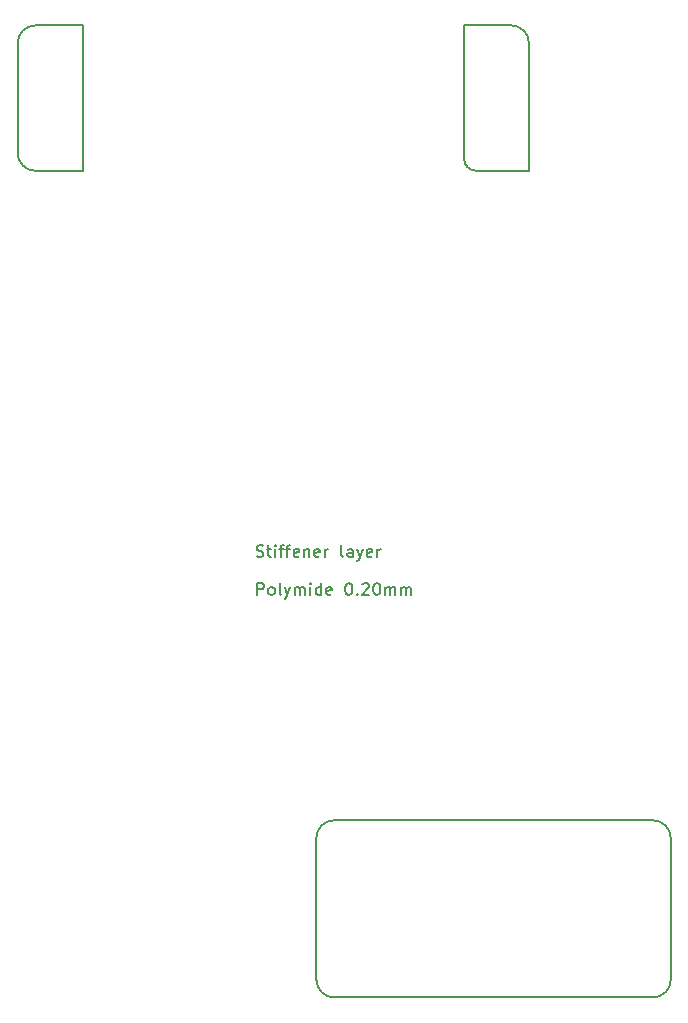
<source format=gbr>
G04 #@! TF.GenerationSoftware,KiCad,Pcbnew,7.0.7*
G04 #@! TF.CreationDate,2024-12-02T13:56:48+01:00*
G04 #@! TF.ProjectId,Finger_FSR_V1_length,46696e67-6572-45f4-9653-525f56315f6c,rev?*
G04 #@! TF.SameCoordinates,Original*
G04 #@! TF.FileFunction,Other,User*
%FSLAX46Y46*%
G04 Gerber Fmt 4.6, Leading zero omitted, Abs format (unit mm)*
G04 Created by KiCad (PCBNEW 7.0.7) date 2024-12-02 13:56:48*
%MOMM*%
%LPD*%
G01*
G04 APERTURE LIST*
%ADD10C,0.200000*%
%ADD11C,0.150000*%
G04 APERTURE END LIST*
D10*
X139950000Y-136150000D02*
X166950000Y-136150000D01*
X168450000Y-137650000D02*
G75*
G03*
X166950000Y-136150000I-1500000J0D01*
G01*
X168450000Y-149650000D02*
X168450000Y-137650000D01*
X154950000Y-68850000D02*
X150950000Y-68850000D01*
X139950000Y-136150000D02*
G75*
G03*
X138450000Y-137650000I0J-1500000D01*
G01*
X114650000Y-68850000D02*
G75*
G03*
X113150000Y-70350000I0J-1500000D01*
G01*
X156450000Y-81150000D02*
X156450000Y-70350000D01*
X138450000Y-137650000D02*
X138450000Y-149650000D01*
X139950000Y-151150000D02*
X166950000Y-151150000D01*
X150950000Y-68850000D02*
X150950000Y-80150000D01*
X138450000Y-149650000D02*
G75*
G03*
X139950000Y-151150000I1500000J0D01*
G01*
X166950000Y-151150000D02*
G75*
G03*
X168450000Y-149650000I0J1500000D01*
G01*
X156450000Y-70350000D02*
G75*
G03*
X154950000Y-68850000I-1500000J0D01*
G01*
X113150000Y-70350000D02*
X113150000Y-79650000D01*
X150950000Y-80150000D02*
G75*
G03*
X151950000Y-81150000I1000000J0D01*
G01*
X151950000Y-81150000D02*
X156450000Y-81150000D01*
X118650000Y-68850000D02*
X118650000Y-81150000D01*
X113150000Y-79650000D02*
G75*
G03*
X114650000Y-81150000I1500000J0D01*
G01*
X118650000Y-81150000D02*
X114650000Y-81150000D01*
X114650000Y-68850000D02*
X118650000Y-68850000D01*
D11*
X133379160Y-113812200D02*
X133522017Y-113859819D01*
X133522017Y-113859819D02*
X133760112Y-113859819D01*
X133760112Y-113859819D02*
X133855350Y-113812200D01*
X133855350Y-113812200D02*
X133902969Y-113764580D01*
X133902969Y-113764580D02*
X133950588Y-113669342D01*
X133950588Y-113669342D02*
X133950588Y-113574104D01*
X133950588Y-113574104D02*
X133902969Y-113478866D01*
X133902969Y-113478866D02*
X133855350Y-113431247D01*
X133855350Y-113431247D02*
X133760112Y-113383628D01*
X133760112Y-113383628D02*
X133569636Y-113336009D01*
X133569636Y-113336009D02*
X133474398Y-113288390D01*
X133474398Y-113288390D02*
X133426779Y-113240771D01*
X133426779Y-113240771D02*
X133379160Y-113145533D01*
X133379160Y-113145533D02*
X133379160Y-113050295D01*
X133379160Y-113050295D02*
X133426779Y-112955057D01*
X133426779Y-112955057D02*
X133474398Y-112907438D01*
X133474398Y-112907438D02*
X133569636Y-112859819D01*
X133569636Y-112859819D02*
X133807731Y-112859819D01*
X133807731Y-112859819D02*
X133950588Y-112907438D01*
X134236303Y-113193152D02*
X134617255Y-113193152D01*
X134379160Y-112859819D02*
X134379160Y-113716961D01*
X134379160Y-113716961D02*
X134426779Y-113812200D01*
X134426779Y-113812200D02*
X134522017Y-113859819D01*
X134522017Y-113859819D02*
X134617255Y-113859819D01*
X134950589Y-113859819D02*
X134950589Y-113193152D01*
X134950589Y-112859819D02*
X134902970Y-112907438D01*
X134902970Y-112907438D02*
X134950589Y-112955057D01*
X134950589Y-112955057D02*
X134998208Y-112907438D01*
X134998208Y-112907438D02*
X134950589Y-112859819D01*
X134950589Y-112859819D02*
X134950589Y-112955057D01*
X135283922Y-113193152D02*
X135664874Y-113193152D01*
X135426779Y-113859819D02*
X135426779Y-113002676D01*
X135426779Y-113002676D02*
X135474398Y-112907438D01*
X135474398Y-112907438D02*
X135569636Y-112859819D01*
X135569636Y-112859819D02*
X135664874Y-112859819D01*
X135855351Y-113193152D02*
X136236303Y-113193152D01*
X135998208Y-113859819D02*
X135998208Y-113002676D01*
X135998208Y-113002676D02*
X136045827Y-112907438D01*
X136045827Y-112907438D02*
X136141065Y-112859819D01*
X136141065Y-112859819D02*
X136236303Y-112859819D01*
X136950589Y-113812200D02*
X136855351Y-113859819D01*
X136855351Y-113859819D02*
X136664875Y-113859819D01*
X136664875Y-113859819D02*
X136569637Y-113812200D01*
X136569637Y-113812200D02*
X136522018Y-113716961D01*
X136522018Y-113716961D02*
X136522018Y-113336009D01*
X136522018Y-113336009D02*
X136569637Y-113240771D01*
X136569637Y-113240771D02*
X136664875Y-113193152D01*
X136664875Y-113193152D02*
X136855351Y-113193152D01*
X136855351Y-113193152D02*
X136950589Y-113240771D01*
X136950589Y-113240771D02*
X136998208Y-113336009D01*
X136998208Y-113336009D02*
X136998208Y-113431247D01*
X136998208Y-113431247D02*
X136522018Y-113526485D01*
X137426780Y-113193152D02*
X137426780Y-113859819D01*
X137426780Y-113288390D02*
X137474399Y-113240771D01*
X137474399Y-113240771D02*
X137569637Y-113193152D01*
X137569637Y-113193152D02*
X137712494Y-113193152D01*
X137712494Y-113193152D02*
X137807732Y-113240771D01*
X137807732Y-113240771D02*
X137855351Y-113336009D01*
X137855351Y-113336009D02*
X137855351Y-113859819D01*
X138712494Y-113812200D02*
X138617256Y-113859819D01*
X138617256Y-113859819D02*
X138426780Y-113859819D01*
X138426780Y-113859819D02*
X138331542Y-113812200D01*
X138331542Y-113812200D02*
X138283923Y-113716961D01*
X138283923Y-113716961D02*
X138283923Y-113336009D01*
X138283923Y-113336009D02*
X138331542Y-113240771D01*
X138331542Y-113240771D02*
X138426780Y-113193152D01*
X138426780Y-113193152D02*
X138617256Y-113193152D01*
X138617256Y-113193152D02*
X138712494Y-113240771D01*
X138712494Y-113240771D02*
X138760113Y-113336009D01*
X138760113Y-113336009D02*
X138760113Y-113431247D01*
X138760113Y-113431247D02*
X138283923Y-113526485D01*
X139188685Y-113859819D02*
X139188685Y-113193152D01*
X139188685Y-113383628D02*
X139236304Y-113288390D01*
X139236304Y-113288390D02*
X139283923Y-113240771D01*
X139283923Y-113240771D02*
X139379161Y-113193152D01*
X139379161Y-113193152D02*
X139474399Y-113193152D01*
X140712495Y-113859819D02*
X140617257Y-113812200D01*
X140617257Y-113812200D02*
X140569638Y-113716961D01*
X140569638Y-113716961D02*
X140569638Y-112859819D01*
X141522019Y-113859819D02*
X141522019Y-113336009D01*
X141522019Y-113336009D02*
X141474400Y-113240771D01*
X141474400Y-113240771D02*
X141379162Y-113193152D01*
X141379162Y-113193152D02*
X141188686Y-113193152D01*
X141188686Y-113193152D02*
X141093448Y-113240771D01*
X141522019Y-113812200D02*
X141426781Y-113859819D01*
X141426781Y-113859819D02*
X141188686Y-113859819D01*
X141188686Y-113859819D02*
X141093448Y-113812200D01*
X141093448Y-113812200D02*
X141045829Y-113716961D01*
X141045829Y-113716961D02*
X141045829Y-113621723D01*
X141045829Y-113621723D02*
X141093448Y-113526485D01*
X141093448Y-113526485D02*
X141188686Y-113478866D01*
X141188686Y-113478866D02*
X141426781Y-113478866D01*
X141426781Y-113478866D02*
X141522019Y-113431247D01*
X141902972Y-113193152D02*
X142141067Y-113859819D01*
X142379162Y-113193152D02*
X142141067Y-113859819D01*
X142141067Y-113859819D02*
X142045829Y-114097914D01*
X142045829Y-114097914D02*
X141998210Y-114145533D01*
X141998210Y-114145533D02*
X141902972Y-114193152D01*
X143141067Y-113812200D02*
X143045829Y-113859819D01*
X143045829Y-113859819D02*
X142855353Y-113859819D01*
X142855353Y-113859819D02*
X142760115Y-113812200D01*
X142760115Y-113812200D02*
X142712496Y-113716961D01*
X142712496Y-113716961D02*
X142712496Y-113336009D01*
X142712496Y-113336009D02*
X142760115Y-113240771D01*
X142760115Y-113240771D02*
X142855353Y-113193152D01*
X142855353Y-113193152D02*
X143045829Y-113193152D01*
X143045829Y-113193152D02*
X143141067Y-113240771D01*
X143141067Y-113240771D02*
X143188686Y-113336009D01*
X143188686Y-113336009D02*
X143188686Y-113431247D01*
X143188686Y-113431247D02*
X142712496Y-113526485D01*
X143617258Y-113859819D02*
X143617258Y-113193152D01*
X143617258Y-113383628D02*
X143664877Y-113288390D01*
X143664877Y-113288390D02*
X143712496Y-113240771D01*
X143712496Y-113240771D02*
X143807734Y-113193152D01*
X143807734Y-113193152D02*
X143902972Y-113193152D01*
X133426779Y-117079819D02*
X133426779Y-116079819D01*
X133426779Y-116079819D02*
X133807731Y-116079819D01*
X133807731Y-116079819D02*
X133902969Y-116127438D01*
X133902969Y-116127438D02*
X133950588Y-116175057D01*
X133950588Y-116175057D02*
X133998207Y-116270295D01*
X133998207Y-116270295D02*
X133998207Y-116413152D01*
X133998207Y-116413152D02*
X133950588Y-116508390D01*
X133950588Y-116508390D02*
X133902969Y-116556009D01*
X133902969Y-116556009D02*
X133807731Y-116603628D01*
X133807731Y-116603628D02*
X133426779Y-116603628D01*
X134569636Y-117079819D02*
X134474398Y-117032200D01*
X134474398Y-117032200D02*
X134426779Y-116984580D01*
X134426779Y-116984580D02*
X134379160Y-116889342D01*
X134379160Y-116889342D02*
X134379160Y-116603628D01*
X134379160Y-116603628D02*
X134426779Y-116508390D01*
X134426779Y-116508390D02*
X134474398Y-116460771D01*
X134474398Y-116460771D02*
X134569636Y-116413152D01*
X134569636Y-116413152D02*
X134712493Y-116413152D01*
X134712493Y-116413152D02*
X134807731Y-116460771D01*
X134807731Y-116460771D02*
X134855350Y-116508390D01*
X134855350Y-116508390D02*
X134902969Y-116603628D01*
X134902969Y-116603628D02*
X134902969Y-116889342D01*
X134902969Y-116889342D02*
X134855350Y-116984580D01*
X134855350Y-116984580D02*
X134807731Y-117032200D01*
X134807731Y-117032200D02*
X134712493Y-117079819D01*
X134712493Y-117079819D02*
X134569636Y-117079819D01*
X135474398Y-117079819D02*
X135379160Y-117032200D01*
X135379160Y-117032200D02*
X135331541Y-116936961D01*
X135331541Y-116936961D02*
X135331541Y-116079819D01*
X135760113Y-116413152D02*
X135998208Y-117079819D01*
X136236303Y-116413152D02*
X135998208Y-117079819D01*
X135998208Y-117079819D02*
X135902970Y-117317914D01*
X135902970Y-117317914D02*
X135855351Y-117365533D01*
X135855351Y-117365533D02*
X135760113Y-117413152D01*
X136617256Y-117079819D02*
X136617256Y-116413152D01*
X136617256Y-116508390D02*
X136664875Y-116460771D01*
X136664875Y-116460771D02*
X136760113Y-116413152D01*
X136760113Y-116413152D02*
X136902970Y-116413152D01*
X136902970Y-116413152D02*
X136998208Y-116460771D01*
X136998208Y-116460771D02*
X137045827Y-116556009D01*
X137045827Y-116556009D02*
X137045827Y-117079819D01*
X137045827Y-116556009D02*
X137093446Y-116460771D01*
X137093446Y-116460771D02*
X137188684Y-116413152D01*
X137188684Y-116413152D02*
X137331541Y-116413152D01*
X137331541Y-116413152D02*
X137426780Y-116460771D01*
X137426780Y-116460771D02*
X137474399Y-116556009D01*
X137474399Y-116556009D02*
X137474399Y-117079819D01*
X137950589Y-117079819D02*
X137950589Y-116413152D01*
X137950589Y-116079819D02*
X137902970Y-116127438D01*
X137902970Y-116127438D02*
X137950589Y-116175057D01*
X137950589Y-116175057D02*
X137998208Y-116127438D01*
X137998208Y-116127438D02*
X137950589Y-116079819D01*
X137950589Y-116079819D02*
X137950589Y-116175057D01*
X138855350Y-117079819D02*
X138855350Y-116079819D01*
X138855350Y-117032200D02*
X138760112Y-117079819D01*
X138760112Y-117079819D02*
X138569636Y-117079819D01*
X138569636Y-117079819D02*
X138474398Y-117032200D01*
X138474398Y-117032200D02*
X138426779Y-116984580D01*
X138426779Y-116984580D02*
X138379160Y-116889342D01*
X138379160Y-116889342D02*
X138379160Y-116603628D01*
X138379160Y-116603628D02*
X138426779Y-116508390D01*
X138426779Y-116508390D02*
X138474398Y-116460771D01*
X138474398Y-116460771D02*
X138569636Y-116413152D01*
X138569636Y-116413152D02*
X138760112Y-116413152D01*
X138760112Y-116413152D02*
X138855350Y-116460771D01*
X139712493Y-117032200D02*
X139617255Y-117079819D01*
X139617255Y-117079819D02*
X139426779Y-117079819D01*
X139426779Y-117079819D02*
X139331541Y-117032200D01*
X139331541Y-117032200D02*
X139283922Y-116936961D01*
X139283922Y-116936961D02*
X139283922Y-116556009D01*
X139283922Y-116556009D02*
X139331541Y-116460771D01*
X139331541Y-116460771D02*
X139426779Y-116413152D01*
X139426779Y-116413152D02*
X139617255Y-116413152D01*
X139617255Y-116413152D02*
X139712493Y-116460771D01*
X139712493Y-116460771D02*
X139760112Y-116556009D01*
X139760112Y-116556009D02*
X139760112Y-116651247D01*
X139760112Y-116651247D02*
X139283922Y-116746485D01*
X141141065Y-116079819D02*
X141236303Y-116079819D01*
X141236303Y-116079819D02*
X141331541Y-116127438D01*
X141331541Y-116127438D02*
X141379160Y-116175057D01*
X141379160Y-116175057D02*
X141426779Y-116270295D01*
X141426779Y-116270295D02*
X141474398Y-116460771D01*
X141474398Y-116460771D02*
X141474398Y-116698866D01*
X141474398Y-116698866D02*
X141426779Y-116889342D01*
X141426779Y-116889342D02*
X141379160Y-116984580D01*
X141379160Y-116984580D02*
X141331541Y-117032200D01*
X141331541Y-117032200D02*
X141236303Y-117079819D01*
X141236303Y-117079819D02*
X141141065Y-117079819D01*
X141141065Y-117079819D02*
X141045827Y-117032200D01*
X141045827Y-117032200D02*
X140998208Y-116984580D01*
X140998208Y-116984580D02*
X140950589Y-116889342D01*
X140950589Y-116889342D02*
X140902970Y-116698866D01*
X140902970Y-116698866D02*
X140902970Y-116460771D01*
X140902970Y-116460771D02*
X140950589Y-116270295D01*
X140950589Y-116270295D02*
X140998208Y-116175057D01*
X140998208Y-116175057D02*
X141045827Y-116127438D01*
X141045827Y-116127438D02*
X141141065Y-116079819D01*
X141902970Y-116984580D02*
X141950589Y-117032200D01*
X141950589Y-117032200D02*
X141902970Y-117079819D01*
X141902970Y-117079819D02*
X141855351Y-117032200D01*
X141855351Y-117032200D02*
X141902970Y-116984580D01*
X141902970Y-116984580D02*
X141902970Y-117079819D01*
X142331541Y-116175057D02*
X142379160Y-116127438D01*
X142379160Y-116127438D02*
X142474398Y-116079819D01*
X142474398Y-116079819D02*
X142712493Y-116079819D01*
X142712493Y-116079819D02*
X142807731Y-116127438D01*
X142807731Y-116127438D02*
X142855350Y-116175057D01*
X142855350Y-116175057D02*
X142902969Y-116270295D01*
X142902969Y-116270295D02*
X142902969Y-116365533D01*
X142902969Y-116365533D02*
X142855350Y-116508390D01*
X142855350Y-116508390D02*
X142283922Y-117079819D01*
X142283922Y-117079819D02*
X142902969Y-117079819D01*
X143522017Y-116079819D02*
X143617255Y-116079819D01*
X143617255Y-116079819D02*
X143712493Y-116127438D01*
X143712493Y-116127438D02*
X143760112Y-116175057D01*
X143760112Y-116175057D02*
X143807731Y-116270295D01*
X143807731Y-116270295D02*
X143855350Y-116460771D01*
X143855350Y-116460771D02*
X143855350Y-116698866D01*
X143855350Y-116698866D02*
X143807731Y-116889342D01*
X143807731Y-116889342D02*
X143760112Y-116984580D01*
X143760112Y-116984580D02*
X143712493Y-117032200D01*
X143712493Y-117032200D02*
X143617255Y-117079819D01*
X143617255Y-117079819D02*
X143522017Y-117079819D01*
X143522017Y-117079819D02*
X143426779Y-117032200D01*
X143426779Y-117032200D02*
X143379160Y-116984580D01*
X143379160Y-116984580D02*
X143331541Y-116889342D01*
X143331541Y-116889342D02*
X143283922Y-116698866D01*
X143283922Y-116698866D02*
X143283922Y-116460771D01*
X143283922Y-116460771D02*
X143331541Y-116270295D01*
X143331541Y-116270295D02*
X143379160Y-116175057D01*
X143379160Y-116175057D02*
X143426779Y-116127438D01*
X143426779Y-116127438D02*
X143522017Y-116079819D01*
X144283922Y-117079819D02*
X144283922Y-116413152D01*
X144283922Y-116508390D02*
X144331541Y-116460771D01*
X144331541Y-116460771D02*
X144426779Y-116413152D01*
X144426779Y-116413152D02*
X144569636Y-116413152D01*
X144569636Y-116413152D02*
X144664874Y-116460771D01*
X144664874Y-116460771D02*
X144712493Y-116556009D01*
X144712493Y-116556009D02*
X144712493Y-117079819D01*
X144712493Y-116556009D02*
X144760112Y-116460771D01*
X144760112Y-116460771D02*
X144855350Y-116413152D01*
X144855350Y-116413152D02*
X144998207Y-116413152D01*
X144998207Y-116413152D02*
X145093446Y-116460771D01*
X145093446Y-116460771D02*
X145141065Y-116556009D01*
X145141065Y-116556009D02*
X145141065Y-117079819D01*
X145617255Y-117079819D02*
X145617255Y-116413152D01*
X145617255Y-116508390D02*
X145664874Y-116460771D01*
X145664874Y-116460771D02*
X145760112Y-116413152D01*
X145760112Y-116413152D02*
X145902969Y-116413152D01*
X145902969Y-116413152D02*
X145998207Y-116460771D01*
X145998207Y-116460771D02*
X146045826Y-116556009D01*
X146045826Y-116556009D02*
X146045826Y-117079819D01*
X146045826Y-116556009D02*
X146093445Y-116460771D01*
X146093445Y-116460771D02*
X146188683Y-116413152D01*
X146188683Y-116413152D02*
X146331540Y-116413152D01*
X146331540Y-116413152D02*
X146426779Y-116460771D01*
X146426779Y-116460771D02*
X146474398Y-116556009D01*
X146474398Y-116556009D02*
X146474398Y-117079819D01*
M02*

</source>
